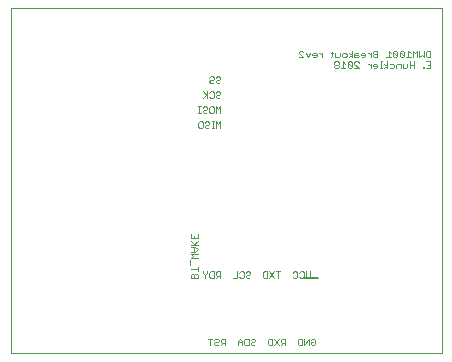
<source format=gbo>
G75*
%MOIN*%
%OFA0B0*%
%FSLAX25Y25*%
%IPPOS*%
%LPD*%
%AMOC8*
5,1,8,0,0,1.08239X$1,22.5*
%
%ADD10C,0.00000*%
%ADD11C,0.00200*%
%ADD12C,0.00800*%
D10*
X0001500Y0030494D02*
X0001500Y0145455D01*
X0145201Y0145455D01*
X0145201Y0030494D01*
X0001500Y0030494D01*
D11*
X0061600Y0055594D02*
X0061600Y0056695D01*
X0061967Y0057062D01*
X0062334Y0057062D01*
X0062701Y0056695D01*
X0062701Y0055594D01*
X0063802Y0055594D02*
X0063802Y0056695D01*
X0063435Y0057062D01*
X0063068Y0057062D01*
X0062701Y0056695D01*
X0061600Y0055594D02*
X0063802Y0055594D01*
X0063802Y0057804D02*
X0063802Y0059272D01*
X0063802Y0058538D02*
X0061600Y0058538D01*
X0061233Y0060014D02*
X0061233Y0061482D01*
X0061600Y0062224D02*
X0062334Y0062958D01*
X0061600Y0063692D01*
X0063802Y0063692D01*
X0063068Y0064434D02*
X0063802Y0065168D01*
X0063068Y0065902D01*
X0061600Y0065902D01*
X0061600Y0066644D02*
X0063802Y0066644D01*
X0062701Y0067011D02*
X0061600Y0068112D01*
X0061600Y0068854D02*
X0061600Y0070322D01*
X0062701Y0069588D02*
X0062701Y0068854D01*
X0063802Y0068854D02*
X0063802Y0070322D01*
X0063802Y0068854D02*
X0061600Y0068854D01*
X0063802Y0068112D02*
X0062334Y0066644D01*
X0062701Y0065902D02*
X0062701Y0064434D01*
X0063068Y0064434D02*
X0061600Y0064434D01*
X0061600Y0062224D02*
X0063802Y0062224D01*
X0065512Y0057796D02*
X0065512Y0057429D01*
X0066246Y0056695D01*
X0066246Y0055594D01*
X0066246Y0056695D02*
X0066980Y0057429D01*
X0066980Y0057796D01*
X0067722Y0057429D02*
X0068089Y0057796D01*
X0069190Y0057796D01*
X0069190Y0055594D01*
X0068089Y0055594D01*
X0067722Y0055961D01*
X0067722Y0057429D01*
X0069932Y0057429D02*
X0069932Y0056695D01*
X0070299Y0056328D01*
X0071400Y0056328D01*
X0071400Y0055594D02*
X0071400Y0057796D01*
X0070299Y0057796D01*
X0069932Y0057429D01*
X0070666Y0056328D02*
X0069932Y0055594D01*
X0075512Y0055594D02*
X0076980Y0055594D01*
X0076980Y0057796D01*
X0077722Y0057429D02*
X0078089Y0057796D01*
X0078823Y0057796D01*
X0079190Y0057429D01*
X0079190Y0055961D01*
X0078823Y0055594D01*
X0078089Y0055594D01*
X0077722Y0055961D01*
X0079932Y0055961D02*
X0080299Y0055594D01*
X0081033Y0055594D01*
X0081400Y0055961D01*
X0081033Y0056695D02*
X0081400Y0057062D01*
X0081400Y0057429D01*
X0081033Y0057796D01*
X0080299Y0057796D01*
X0079932Y0057429D01*
X0080299Y0056695D02*
X0079932Y0056328D01*
X0079932Y0055961D01*
X0080299Y0056695D02*
X0081033Y0056695D01*
X0085512Y0055961D02*
X0085512Y0057429D01*
X0085879Y0057796D01*
X0086980Y0057796D01*
X0086980Y0055594D01*
X0085879Y0055594D01*
X0085512Y0055961D01*
X0087722Y0055594D02*
X0089190Y0057796D01*
X0089932Y0057796D02*
X0091400Y0057796D01*
X0090666Y0057796D02*
X0090666Y0055594D01*
X0089190Y0055594D02*
X0087722Y0057796D01*
X0095512Y0057429D02*
X0095879Y0057796D01*
X0096613Y0057796D01*
X0096980Y0057429D01*
X0096980Y0055961D01*
X0096613Y0055594D01*
X0095879Y0055594D01*
X0095512Y0055961D01*
X0097722Y0055961D02*
X0098089Y0055594D01*
X0098823Y0055594D01*
X0099190Y0055961D01*
X0099190Y0057429D01*
X0098823Y0057796D01*
X0098089Y0057796D01*
X0097722Y0057429D01*
X0099932Y0057796D02*
X0099932Y0056328D01*
X0100666Y0055594D01*
X0101400Y0056328D01*
X0101400Y0057796D01*
X0101929Y0035396D02*
X0102663Y0035396D01*
X0103030Y0035029D01*
X0103030Y0033561D01*
X0102663Y0033194D01*
X0101929Y0033194D01*
X0101562Y0033561D01*
X0101562Y0034295D01*
X0102296Y0034295D01*
X0101562Y0035029D02*
X0101929Y0035396D01*
X0100820Y0035396D02*
X0099352Y0033194D01*
X0099352Y0035396D01*
X0098610Y0035396D02*
X0098610Y0033194D01*
X0097509Y0033194D01*
X0097142Y0033561D01*
X0097142Y0035029D01*
X0097509Y0035396D01*
X0098610Y0035396D01*
X0100820Y0035396D02*
X0100820Y0033194D01*
X0093030Y0033194D02*
X0093030Y0035396D01*
X0091929Y0035396D01*
X0091562Y0035029D01*
X0091562Y0034295D01*
X0091929Y0033928D01*
X0093030Y0033928D01*
X0092296Y0033928D02*
X0091562Y0033194D01*
X0090820Y0033194D02*
X0089352Y0035396D01*
X0088610Y0035396D02*
X0088610Y0033194D01*
X0087509Y0033194D01*
X0087142Y0033561D01*
X0087142Y0035029D01*
X0087509Y0035396D01*
X0088610Y0035396D01*
X0090820Y0035396D02*
X0089352Y0033194D01*
X0083030Y0033561D02*
X0082663Y0033194D01*
X0081929Y0033194D01*
X0081562Y0033561D01*
X0081562Y0033928D01*
X0081929Y0034295D01*
X0082663Y0034295D01*
X0083030Y0034662D01*
X0083030Y0035029D01*
X0082663Y0035396D01*
X0081929Y0035396D01*
X0081562Y0035029D01*
X0080820Y0035396D02*
X0080820Y0033194D01*
X0079719Y0033194D01*
X0079352Y0033561D01*
X0079352Y0035029D01*
X0079719Y0035396D01*
X0080820Y0035396D01*
X0078610Y0034662D02*
X0078610Y0033194D01*
X0078610Y0034295D02*
X0077142Y0034295D01*
X0077142Y0034662D02*
X0077142Y0033194D01*
X0077142Y0034662D02*
X0077876Y0035396D01*
X0078610Y0034662D01*
X0073030Y0033928D02*
X0071929Y0033928D01*
X0071562Y0034295D01*
X0071562Y0035029D01*
X0071929Y0035396D01*
X0073030Y0035396D01*
X0073030Y0033194D01*
X0072296Y0033928D02*
X0071562Y0033194D01*
X0070820Y0033561D02*
X0070453Y0033194D01*
X0069719Y0033194D01*
X0069352Y0033561D01*
X0069352Y0033928D01*
X0069719Y0034295D01*
X0070453Y0034295D01*
X0070820Y0034662D01*
X0070820Y0035029D01*
X0070453Y0035396D01*
X0069719Y0035396D01*
X0069352Y0035029D01*
X0068610Y0035396D02*
X0067142Y0035396D01*
X0067876Y0035396D02*
X0067876Y0033194D01*
X0067350Y0105594D02*
X0067717Y0105961D01*
X0067350Y0105594D02*
X0066616Y0105594D01*
X0066249Y0105961D01*
X0066249Y0106328D01*
X0066616Y0106695D01*
X0067350Y0106695D01*
X0067717Y0107062D01*
X0067717Y0107429D01*
X0067350Y0107796D01*
X0066616Y0107796D01*
X0066249Y0107429D01*
X0065507Y0107429D02*
X0065507Y0105961D01*
X0065140Y0105594D01*
X0064406Y0105594D01*
X0064039Y0105961D01*
X0064039Y0107429D01*
X0064406Y0107796D01*
X0065140Y0107796D01*
X0065507Y0107429D01*
X0068456Y0107796D02*
X0069190Y0107796D01*
X0068823Y0107796D02*
X0068823Y0105594D01*
X0069190Y0105594D02*
X0068456Y0105594D01*
X0069932Y0105594D02*
X0069932Y0107796D01*
X0070666Y0107062D01*
X0071400Y0107796D01*
X0071400Y0105594D01*
X0071400Y0110594D02*
X0071400Y0112796D01*
X0070666Y0112062D01*
X0069932Y0112796D01*
X0069932Y0110594D01*
X0069190Y0110961D02*
X0069190Y0112429D01*
X0068823Y0112796D01*
X0068089Y0112796D01*
X0067722Y0112429D01*
X0067722Y0110961D01*
X0068089Y0110594D01*
X0068823Y0110594D01*
X0069190Y0110961D01*
X0066980Y0110961D02*
X0066613Y0110594D01*
X0065879Y0110594D01*
X0065512Y0110961D01*
X0065512Y0111328D01*
X0065879Y0111695D01*
X0066613Y0111695D01*
X0066980Y0112062D01*
X0066980Y0112429D01*
X0066613Y0112796D01*
X0065879Y0112796D01*
X0065512Y0112429D01*
X0064770Y0112796D02*
X0064036Y0112796D01*
X0064403Y0112796D02*
X0064403Y0110594D01*
X0064770Y0110594D02*
X0064036Y0110594D01*
X0065512Y0115594D02*
X0066613Y0116695D01*
X0066980Y0116328D02*
X0065512Y0117796D01*
X0066980Y0117796D02*
X0066980Y0115594D01*
X0067722Y0115961D02*
X0068089Y0115594D01*
X0068823Y0115594D01*
X0069190Y0115961D01*
X0069190Y0117429D01*
X0068823Y0117796D01*
X0068089Y0117796D01*
X0067722Y0117429D01*
X0069932Y0117429D02*
X0070299Y0117796D01*
X0071033Y0117796D01*
X0071400Y0117429D01*
X0071400Y0117062D01*
X0071033Y0116695D01*
X0070299Y0116695D01*
X0069932Y0116328D01*
X0069932Y0115961D01*
X0070299Y0115594D01*
X0071033Y0115594D01*
X0071400Y0115961D01*
X0071033Y0120594D02*
X0071400Y0120961D01*
X0071033Y0120594D02*
X0070299Y0120594D01*
X0069932Y0120961D01*
X0069932Y0121328D01*
X0070299Y0121695D01*
X0071033Y0121695D01*
X0071400Y0122062D01*
X0071400Y0122429D01*
X0071033Y0122796D01*
X0070299Y0122796D01*
X0069932Y0122429D01*
X0069190Y0122429D02*
X0069190Y0122062D01*
X0068823Y0121695D01*
X0068089Y0121695D01*
X0067722Y0121328D01*
X0067722Y0120961D01*
X0068089Y0120594D01*
X0068823Y0120594D01*
X0069190Y0120961D01*
X0069190Y0122429D02*
X0068823Y0122796D01*
X0068089Y0122796D01*
X0067722Y0122429D01*
X0097576Y0129194D02*
X0099044Y0129194D01*
X0097576Y0130662D01*
X0097576Y0131029D01*
X0097943Y0131396D01*
X0098677Y0131396D01*
X0099044Y0131029D01*
X0099786Y0130662D02*
X0100520Y0129194D01*
X0101254Y0130662D01*
X0101996Y0130295D02*
X0101996Y0129928D01*
X0103464Y0129928D01*
X0103464Y0129561D02*
X0103464Y0130295D01*
X0103097Y0130662D01*
X0102363Y0130662D01*
X0101996Y0130295D01*
X0102363Y0129194D02*
X0103097Y0129194D01*
X0103464Y0129561D01*
X0104204Y0130662D02*
X0104571Y0130662D01*
X0105305Y0129928D01*
X0105305Y0129194D02*
X0105305Y0130662D01*
X0108254Y0130662D02*
X0108988Y0130662D01*
X0108621Y0131029D02*
X0108621Y0129561D01*
X0108254Y0129194D01*
X0109730Y0129194D02*
X0109730Y0130662D01*
X0109730Y0129194D02*
X0110831Y0129194D01*
X0111198Y0129561D01*
X0111198Y0130662D01*
X0111940Y0130295D02*
X0112307Y0130662D01*
X0113041Y0130662D01*
X0113408Y0130295D01*
X0113408Y0129561D01*
X0113041Y0129194D01*
X0112307Y0129194D01*
X0111940Y0129561D01*
X0111940Y0130295D01*
X0112306Y0127796D02*
X0112306Y0125594D01*
X0113040Y0125594D02*
X0111572Y0125594D01*
X0110830Y0125961D02*
X0110830Y0126328D01*
X0110463Y0126695D01*
X0109729Y0126695D01*
X0109362Y0126328D01*
X0109362Y0125961D01*
X0109729Y0125594D01*
X0110463Y0125594D01*
X0110830Y0125961D01*
X0110463Y0126695D02*
X0110830Y0127062D01*
X0110830Y0127429D01*
X0110463Y0127796D01*
X0109729Y0127796D01*
X0109362Y0127429D01*
X0109362Y0127062D01*
X0109729Y0126695D01*
X0112306Y0127796D02*
X0113040Y0127062D01*
X0113782Y0127429D02*
X0115250Y0125961D01*
X0114883Y0125594D01*
X0114149Y0125594D01*
X0113782Y0125961D01*
X0113782Y0127429D01*
X0114149Y0127796D01*
X0114883Y0127796D01*
X0115250Y0127429D01*
X0115250Y0125961D01*
X0115992Y0125594D02*
X0117460Y0125594D01*
X0115992Y0127062D01*
X0115992Y0127429D01*
X0116359Y0127796D01*
X0117093Y0127796D01*
X0117460Y0127429D01*
X0117093Y0129194D02*
X0115992Y0129194D01*
X0115992Y0130295D01*
X0116359Y0130662D01*
X0117093Y0130662D01*
X0117093Y0129928D02*
X0115992Y0129928D01*
X0115250Y0129928D02*
X0114149Y0130662D01*
X0115250Y0129928D02*
X0114149Y0129194D01*
X0115250Y0129194D02*
X0115250Y0131396D01*
X0117093Y0129928D02*
X0117460Y0129561D01*
X0117093Y0129194D01*
X0118202Y0129928D02*
X0119670Y0129928D01*
X0119670Y0129561D02*
X0119670Y0130295D01*
X0119303Y0130662D01*
X0118569Y0130662D01*
X0118202Y0130295D01*
X0118202Y0129928D01*
X0118569Y0129194D02*
X0119303Y0129194D01*
X0119670Y0129561D01*
X0120410Y0130662D02*
X0120777Y0130662D01*
X0121511Y0129928D01*
X0121511Y0129194D02*
X0121511Y0130662D01*
X0122253Y0130662D02*
X0122620Y0130295D01*
X0123721Y0130295D01*
X0123721Y0129194D02*
X0122620Y0129194D01*
X0122253Y0129561D01*
X0122253Y0129928D01*
X0122620Y0130295D01*
X0122253Y0130662D02*
X0122253Y0131029D01*
X0122620Y0131396D01*
X0123721Y0131396D01*
X0123721Y0129194D01*
X0124827Y0127796D02*
X0124827Y0125594D01*
X0125194Y0125594D02*
X0124460Y0125594D01*
X0123721Y0125961D02*
X0123721Y0126695D01*
X0123354Y0127062D01*
X0122620Y0127062D01*
X0122253Y0126695D01*
X0122253Y0126328D01*
X0123721Y0126328D01*
X0123721Y0125961D02*
X0123354Y0125594D01*
X0122620Y0125594D01*
X0121511Y0125594D02*
X0121511Y0127062D01*
X0121511Y0126328D02*
X0120777Y0127062D01*
X0120410Y0127062D01*
X0124827Y0127796D02*
X0125194Y0127796D01*
X0125935Y0127062D02*
X0127036Y0126328D01*
X0125935Y0125594D01*
X0127036Y0125594D02*
X0127036Y0127796D01*
X0127778Y0127062D02*
X0128879Y0127062D01*
X0129246Y0126695D01*
X0129246Y0125961D01*
X0128879Y0125594D01*
X0127778Y0125594D01*
X0129988Y0125594D02*
X0129988Y0126695D01*
X0130355Y0127062D01*
X0131456Y0127062D01*
X0131456Y0125594D01*
X0132198Y0125594D02*
X0132198Y0127062D01*
X0133665Y0127062D02*
X0133665Y0125961D01*
X0133298Y0125594D01*
X0132198Y0125594D01*
X0134407Y0125594D02*
X0134407Y0127796D01*
X0134407Y0126695D02*
X0135875Y0126695D01*
X0135875Y0125594D02*
X0135875Y0127796D01*
X0135512Y0129194D02*
X0135512Y0131396D01*
X0136246Y0130662D01*
X0136980Y0131396D01*
X0136980Y0129194D01*
X0137722Y0129194D02*
X0137722Y0131396D01*
X0139190Y0131396D02*
X0139190Y0129194D01*
X0138456Y0129928D01*
X0137722Y0129194D01*
X0139932Y0129561D02*
X0139932Y0131029D01*
X0140299Y0131396D01*
X0141400Y0131396D01*
X0141400Y0129194D01*
X0140299Y0129194D01*
X0139932Y0129561D01*
X0139932Y0127796D02*
X0141400Y0127796D01*
X0141400Y0125594D01*
X0139932Y0125594D01*
X0139190Y0125594D02*
X0138823Y0125594D01*
X0138823Y0125961D01*
X0139190Y0125961D01*
X0139190Y0125594D01*
X0140666Y0126695D02*
X0141400Y0126695D01*
X0134770Y0129194D02*
X0133302Y0129194D01*
X0134036Y0129194D02*
X0134036Y0131396D01*
X0134770Y0130662D01*
X0132560Y0131029D02*
X0132560Y0129561D01*
X0131093Y0131029D01*
X0131093Y0129561D01*
X0131460Y0129194D01*
X0132194Y0129194D01*
X0132560Y0129561D01*
X0132560Y0131029D02*
X0132194Y0131396D01*
X0131460Y0131396D01*
X0131093Y0131029D01*
X0130351Y0131029D02*
X0129984Y0131396D01*
X0129250Y0131396D01*
X0128883Y0131029D01*
X0130351Y0129561D01*
X0129984Y0129194D01*
X0129250Y0129194D01*
X0128883Y0129561D01*
X0128883Y0131029D01*
X0128141Y0130662D02*
X0127407Y0131396D01*
X0127407Y0129194D01*
X0128141Y0129194D02*
X0126673Y0129194D01*
X0130351Y0129561D02*
X0130351Y0131029D01*
D12*
X0104000Y0055494D02*
X0099000Y0055494D01*
M02*

</source>
